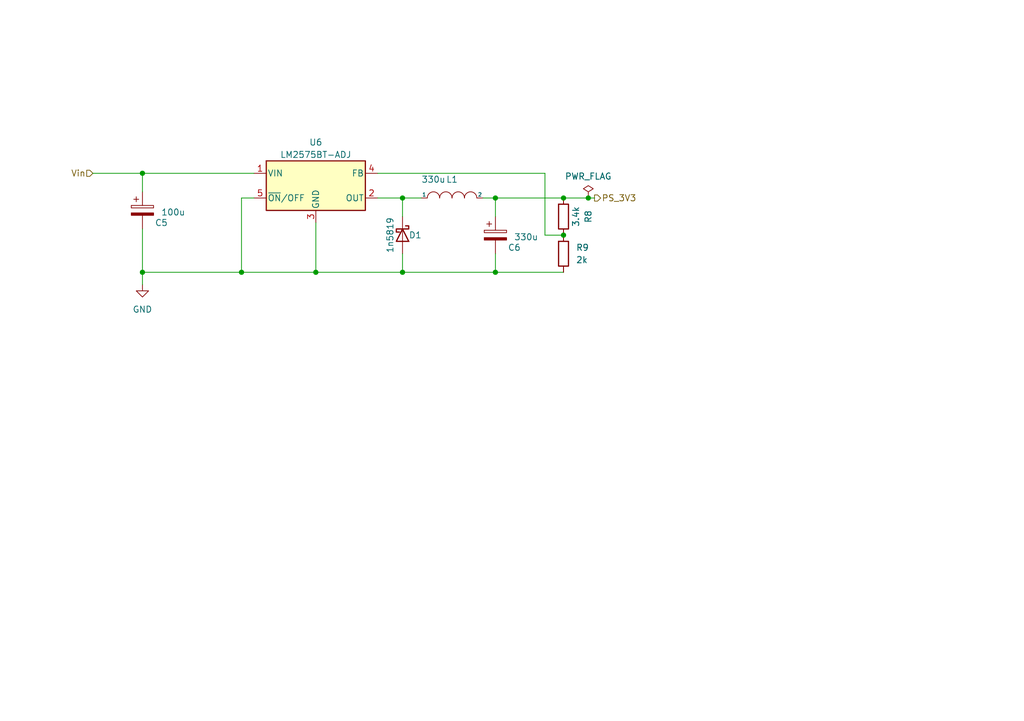
<source format=kicad_sch>
(kicad_sch (version 20211123) (generator eeschema)
  (paper "A5")
  (lib_symbols
    (symbol "Device:C_Polarized" (pin_numbers hide) (pin_names (offset 0.254))
      (property "Reference" "C" (at 0.635 2.54 0))
      (property "Value" "C_Polarized" (at 0.635 -2.54 0))
      (symbol "C_Polarized_0_1"
        (rectangle (start -2.286 0.508) (end 2.286 1.016))
        (polyline (pts (xy -1.778 2.286) (xy -0.762 2.286)))
        (polyline (pts (xy -1.27 2.794) (xy -1.27 1.778)))
        (rectangle (start 2.286 -0.508) (end -2.286 -1.016) (fill (type outline)))
      )
      (symbol "C_Polarized_1_1"
        (pin passive line (at 0 3.81 270) (length 2.794) (name "~") (number "1"))
        (pin passive line (at 0 -3.81 90) (length 2.794) (name "~") (number "2"))
      )
    )
    (symbol "Device:D_Schottky" (pin_numbers hide) (pin_names (offset 1.016) hide)
      (property "Reference" "D" (at 0 2.54 0))
      (property "Value" "D_Schottky" (at 0 -2.54 0))
      (symbol "D_Schottky_0_1"
        (polyline (pts (xy 1.27 0) (xy -1.27 0)))
        (polyline (pts (xy 1.27 1.27) (xy 1.27 -1.27) (xy -1.27 0) (xy 1.27 1.27)) (stroke (width 0.254)))
        (polyline (pts (xy -1.905 0.635) (xy -1.905 1.27) (xy -1.27 1.27) (xy -1.27 -1.27) (xy -0.635 -1.27) (xy -0.635 -0.635)) (stroke (width 0.254)))
      )
      (symbol "D_Schottky_1_1"
        (pin passive line (at -3.81 0 0) (length 2.54) (name "K") (number "1"))
        (pin passive line (at 3.81 0 180) (length 2.54) (name "A") (number "2"))
      )
    )
    (symbol "Device:R" (pin_numbers hide) (pin_names (offset 0))
      (property "Reference" "R" (at 2.032 0 90))
      (property "Value" "R" (at 0 0 90))
      (symbol "R_0_1"
        (rectangle (start -1.016 -2.54) (end 1.016 2.54) (stroke (width 0.254)))
      )
      (symbol "R_1_1"
        (pin passive line (at 0 3.81 270) (length 1.27) (name "~") (number "1"))
        (pin passive line (at 0 -3.81 90) (length 1.27) (name "~") (number "2"))
      )
    )
    (symbol "Regulator_Switching:LM2575BT-ADJ" (pin_names (offset 0.254))
      (property "Reference" "U" (at -10.16 6.35 0))
      (property "Value" "LM2575BT-ADJ" (at 0 6.35 0))
      (symbol "LM2575BT-ADJ_0_1"
        (rectangle (start -10.16 5.08) (end 10.16 -5.08) (stroke (width 0.254)) (fill (type background)))
      )
      (symbol "LM2575BT-ADJ_1_1"
        (pin power_in line (at -12.7 2.54 0) (length 2.54) (name "VIN") (number "1"))
        (pin output line (at 12.7 -2.54 180) (length 2.54) (name "OUT") (number "2"))
        (pin power_in line (at 0 -7.62 90) (length 2.54) (name "GND") (number "3"))
        (pin input line (at 12.7 2.54 180) (length 2.54) (name "FB") (number "4"))
        (pin input line (at -12.7 -2.54 0) (length 2.54) (name "~{ON}/OFF") (number "5"))
      )
    )
    (symbol "power:GND" (power) (pin_names (offset 0))
      (property "Value" "GND" (at 0 -3.81 0))
      (symbol "GND_0_1"
        (polyline (pts (xy 0 0) (xy 0 -1.27) (xy 1.27 -1.27) (xy 0 -2.54) (xy -1.27 -1.27) (xy 0 -1.27)))
      )
      (symbol "GND_1_1"
        (pin power_in line (at 0 0 270) (length 0) hide (name "GND") (number "1"))
      )
    )
    (symbol "power:PWR_FLAG" (power) (pin_numbers hide) (pin_names (offset 0) hide)
      (property "Value" "PWR_FLAG" (at 0 3.81 0))
      (symbol "PWR_FLAG_0_0"
        (pin power_out line (at 0 0 90) (length 0) (name "pwr") (number "1"))
      )
      (symbol "PWR_FLAG_0_1"
        (polyline (pts (xy 0 0) (xy 0 1.27) (xy -1.016 1.905) (xy 0 2.54) (xy 1.016 1.905) (xy 0 1.27)))
      )
    )
    (symbol "pspice:INDUCTOR" (pin_numbers hide) (pin_names (offset 0))
      (property "Reference" "L" (at 0 2.54 0))
      (property "Value" "INDUCTOR" (at 0 -1.27 0))
      (symbol "INDUCTOR_0_1"
        (arc (start -2.54 0) (mid -3.81 1.27) (end -5.08 0))
        (arc (start 0 0) (mid -1.27 1.27) (end -2.54 0))
        (arc (start 2.54 0) (mid 1.27 1.27) (end 0 0))
        (arc (start 5.08 0) (mid 3.81 1.27) (end 2.54 0))
      )
      (symbol "INDUCTOR_1_1"
        (pin input line (at -6.35 0 0) (length 1.27) (name "1") (number "1"))
        (pin input line (at 6.35 0 180) (length 1.27) (name "2") (number "2"))
      )
    )
  )
  (junction (at 49.53 55.88))
  (junction (at 64.77 55.88))
  (junction (at 120.65 40.64))
  (junction (at 82.55 55.88))
  (junction (at 101.6 55.88))
  (junction (at 115.57 48.26))
  (junction (at 82.55 40.64))
  (junction (at 101.6 40.64))
  (junction (at 29.21 35.56))
  (junction (at 29.21 55.88))
  (junction (at 115.57 40.64))
  (wire (pts (xy 115.57 40.64) (xy 120.65 40.64)))
  (wire (pts (xy 99.06 40.64) (xy 101.6 40.64)))
  (wire (pts (xy 101.6 40.64) (xy 101.6 44.45)))
  (wire (pts (xy 111.76 48.26) (xy 115.57 48.26)))
  (wire (pts (xy 101.6 52.07) (xy 101.6 55.88)))
  (wire (pts (xy 19.05 35.56) (xy 29.21 35.56)))
  (wire (pts (xy 82.55 52.07) (xy 82.55 55.88)))
  (wire (pts (xy 49.53 55.88) (xy 64.77 55.88)))
  (wire (pts (xy 64.77 55.88) (xy 82.55 55.88)))
  (wire (pts (xy 29.21 35.56) (xy 52.07 35.56)))
  (wire (pts (xy 29.21 35.56) (xy 29.21 39.37)))
  (wire (pts (xy 101.6 55.88) (xy 115.57 55.88)))
  (wire (pts (xy 120.65 40.64) (xy 121.92 40.64)))
  (wire (pts (xy 52.07 40.64) (xy 49.53 40.64)))
  (wire (pts (xy 29.21 46.99) (xy 29.21 55.88)))
  (wire (pts (xy 29.21 55.88) (xy 29.21 58.42)))
  (wire (pts (xy 82.55 40.64) (xy 82.55 44.45)))
  (wire (pts (xy 29.21 55.88) (xy 49.53 55.88)))
  (wire (pts (xy 101.6 55.88) (xy 82.55 55.88)))
  (wire (pts (xy 49.53 40.64) (xy 49.53 55.88)))
  (wire (pts (xy 77.47 40.64) (xy 82.55 40.64)))
  (wire (pts (xy 82.55 40.64) (xy 86.36 40.64)))
  (wire (pts (xy 64.77 45.72) (xy 64.77 55.88)))
  (wire (pts (xy 77.47 35.56) (xy 111.76 35.56)))
  (wire (pts (xy 101.6 40.64) (xy 115.57 40.64)))
  (wire (pts (xy 111.76 35.56) (xy 111.76 48.26)))
  (hierarchical_label "Vin" (shape input) (at 19.05 35.56 180))
  (hierarchical_label "PS_3V3" (shape output) (at 121.92 40.64 0))
  (symbol (lib_id "Device:R") (at 115.57 52.07 180) (unit 1)
    (property "Reference" "R9" (at 118.11 50.7999 0) (effects (justify right)))
    (property "Value" "2k" (at 118.11 53.3399 0) (effects (justify right)))
    (property "Footprint" "Resistor_SMD:R_0603_1608Metric_Pad0.98x0.95mm_HandSolder" (effects hide))
  )
  (symbol (lib_id "Device:C_Polarized") (at 101.6 48.26 0) (unit 1)
    (property "Reference" "C6" (at 104.14 50.8 0) (effects (justify left)))
    (property "Value" "330u" (at 105.41 48.6409 0) (effects (justify left)))
    (property "Footprint" "Capacitor_THT:CP_Radial_D8.0mm_P3.50mm" (effects hide))
  )
  (symbol (lib_id "Device:C_Polarized") (at 29.21 43.18 0) (unit 1)
    (property "Reference" "C5" (at 31.75 45.72 0) (effects (justify left)))
    (property "Value" "100u" (at 33.02 43.5609 0) (effects (justify left)))
    (property "Footprint" "Capacitor_THT:CP_Radial_D8.0mm_P3.50mm" (effects hide))
  )
  (symbol (lib_id "power:GND") (at 29.21 58.42 0) (unit 1)
    (property "Reference" "#PWR0122" (effects hide))
    (property "Value" "GND" (at 29.21 63.5 0))
  )
  (symbol (lib_id "Regulator_Switching:LM2575BT-ADJ") (at 64.77 38.1 0) (unit 1)
    (property "Reference" "U6" (at 64.77 29.21 0))
    (property "Value" "LM2575BT-ADJ" (at 64.77 31.75 0))
    (property "Footprint" "Package_TO_SOT_THT:TO-220-5_Vertical" (effects hide))
    (property "Datasheet" "http://ww1.microchip.com/downloads/en/DeviceDoc/lm2575.pdf" (effects hide))
  )
  (symbol (lib_id "Device:R") (at 115.57 44.45 180) (unit 1)
    (property "Reference" "R8" (at 120.65 44.45 90))
    (property "Value" "3.4k" (at 118.11 44.45 90))
    (property "Footprint" "Resistor_SMD:R_0603_1608Metric_Pad0.98x0.95mm_HandSolder" (effects hide))
  )
  (symbol (lib_id "power:PWR_FLAG") (at 120.65 40.64 0) (unit 1)
    (property "Reference" "#FLG0106" (effects hide))
    (property "Value" "PWR_FLAG" (at 120.65 36.195 0))
  )
  (symbol (lib_id "pspice:INDUCTOR") (at 92.71 40.64 0) (unit 1)
    (property "Reference" "L1" (at 92.71 36.83 0))
    (property "Value" "330u" (at 88.9 36.83 0))
    (property "Footprint" "Inductor_THT:L_Radial_D12.0mm_P5.00mm_Fastron_11P" (effects hide))
  )
  (symbol (lib_id "Device:D_Schottky") (at 82.55 48.26 270) (unit 1)
    (property "Reference" "D1" (at 83.82 48.26 90) (effects (justify left)))
    (property "Value" "1n5819" (at 80.01 48.26 0))
    (property "Footprint" "Diode_THT:D_DO-41_SOD81_P7.62mm_Horizontal" (effects hide))
  )
)
</source>
